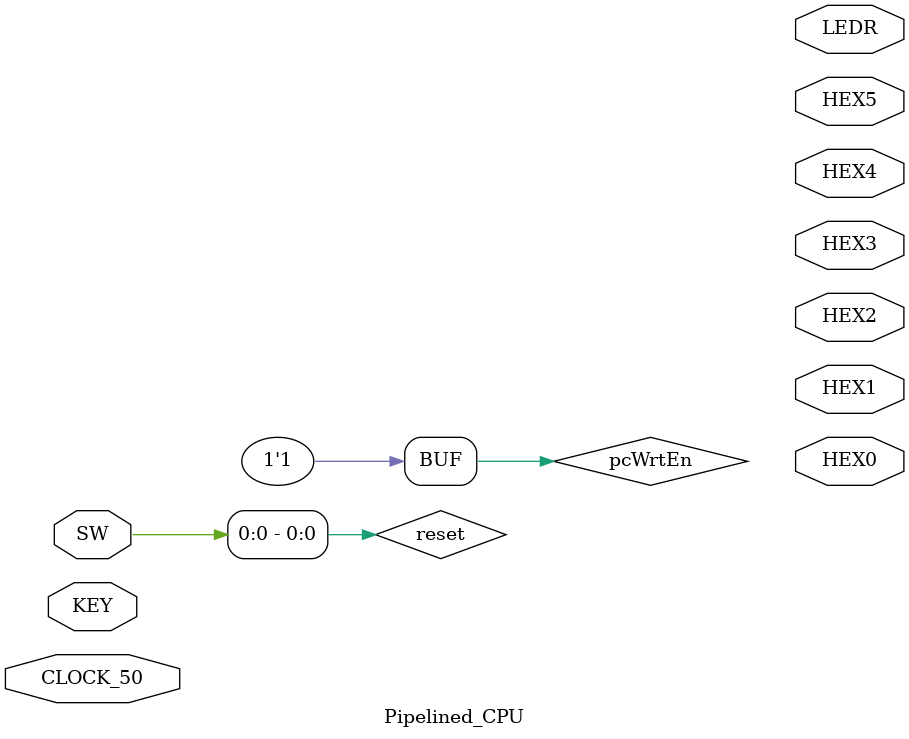
<source format=v>
module Pipelined_CPU(SW,KEY,LEDR,HEX0,HEX1,HEX2,HEX3,HEX4,HEX5,CLOCK_50); // todo remove hex4 hex5
  input  [9:0] SW;
  input  [3:0] KEY;
  input  CLOCK_50;
  output [9:0] LEDR;
  output [6:0] HEX0,HEX1,HEX2,HEX3;
  output [6:0] HEX4,HEX5;
 
  parameter DBITS                        = 32;
  parameter INST_SIZE                = 32'd4;
  parameter INST_BIT_WIDTH               = 32;
  parameter START_PC                 = 32'h40;
  parameter REG_INDEX_BIT_WIDTH          = 4;
  parameter ADDR_KEY                     = 32'hF0000010;
  parameter ADDR_SW                      = 32'hF0000014;
  parameter ADDR_HEX                     = 32'hF0000000;
  parameter ADDR_LEDR                    = 32'hF0000004;
  
  parameter IMEM_INIT_FILE                 = "Sorter2.mif";
  parameter IMEM_ADDR_BIT_WIDTH          = 11;
  parameter IMEM_DATA_BIT_WIDTH          = INST_BIT_WIDTH;
  parameter IMEM_PC_BITS_HI              = IMEM_ADDR_BIT_WIDTH + 2;
  parameter IMEM_PC_BITS_LO              = 2;
  
  parameter DMEMADDRBITS                 = 13;
  parameter DMEMWORDBITS         = 2;
  parameter DMEMTOTALBITS                = 32;
  parameter DMEMWORDS          = 2048;
  
  
  parameter OP1_ALUR                     = 4'b0000;
  parameter OP1_ALUI                     = 4'b1000;
  parameter OP1_CMPR                     = 4'b0010;
  parameter OP1_CMPI                     = 4'b1010;
  parameter OP1_BCOND                    = 4'b0110;
  parameter OP1_SW                       = 4'b0101;
  parameter OP1_LW                       = 4'b1001;
  parameter OP1_JAL                      = 4'b1011;
  
  wire reset = SW[0];
  wire clk;
  ClockDivider #(.BIT_WIDTH(DBITS)) clk_divider (.inclk0 (CLOCK_50),.c0 (clk));

  // Buffer enable signals
  wire ifDefEn, decExeEn, exeMemEn, memWbEn;  

  // PC calculations
  wire[DBITS - 1: 0] pcOutPlusOne;
  wire[DBITS - 1: 0] pcBranchIn;
  wire[DBITS - 1: 0] pcBufOut1, pcBufOut2;

  // PC output
  wire pcWrtEn = 1'b1;
  wire[DBITS - 1: 0] pcIn;
  wire[DBITS - 1: 0] pcOut;

  // IR output
  wire[IMEM_DATA_BIT_WIDTH - 1: 0] instOut;
  wire[IMEM_DATA_BIT_WIDTH - 1: 0] instBufOut;

  // RR input
  wire[REG_INDEX_BIT_WIDTH - 1: 0] src_index1, src_index2, dst_index;

  // RR output
  wire[15:0] imm;
  wire[DBITS-1: 0] imm_ext;
  wire[1:0] alu_mux, dstdata_mux, next_pc_mux;
  wire reg_wrt_en, mem_wrt_en;

  wire[DBITS - 1 : 0] dst_data;
  wire[DBITS - 1 : 0] src1_data, src2_data;
  wire[DBITS - 1 : 0] alu_b;
  wire[DBITS - 1 : 0] alu_out;
  wire[4 : 0] alu_op;
  wire cmd_flag;

  wire[DBITS - 1 : 0] mem_out;

  PCIncrementer #(.BIT_WIDTH(DBITS)) pcPlusOneAdder (pcOut, pcOutPlusOne);

  Register #(.BIT_WIDTH(DBITS), .RESET_VALUE(START_PC)) pc (clk, reset, pcWrtEn, pcIn, pcOut);

  InstMemory #(IMEM_INIT_FILE, IMEM_ADDR_BIT_WIDTH, IMEM_DATA_BIT_WIDTH) instMem (pcOut[IMEM_PC_BITS_HI - 1: IMEM_PC_BITS_LO], instOut);
  
  IF_DEC_Buffer if_dec_buf(clk, reset, ifDecEn, pcOut, pcBufOut1, instOut, instBufOut);

  Controller #(.INST_BIT_WIDTH(DBITS)) control(instBufOut, src_index1, src_index2, dst_index, imm,
    alu_op, alu_mux, dstdata_mux, reg_wrt_en, mem_wrt_en, next_pc_mux, cmd_flag);
  
  SignExtension #(16, DBITS) sign_ext(imm, imm_ext);

  DEC_EXE_Buffer dec_exe_buf(clk, reset, decExeEn, pcBufOut1, pcBufOut2, src_index1, src1_buf_out, src_index2, 
    src2_buf_out, imm_ext, imm_buf_out, alu_op, alu_op_buf_out, alu_mux, alu_mux_buf_out, 
    dst_index, dst_ind_out, mem_wrt_en, mem_wrt_en_out, reg_file_wrt_en, reg_file_wrt_en_out);

  /*Mux4 #(.BIT_WIDTH(DBITS)) registerDestMux (dstdata_mux, alu_out, mem_out, pcOutPlusOne, 32'b0, dst_data);
  RegFile #(.BIT_WIDTH(DBITS)) regfile(clk, reset, src_index1, src_index2, dst_index, dst_data, src1_data, src2_data, reg_wrt_en);
  
  EXE_MEM_Buffer(clk, reset, en, src1_in, src1_out, alu_res_in, alu_res_out, dst_ind_in,
  dst_ind_out, mem_wrt_en_in, mem_wrt_en_out, reg_file_wrt_en_in, reg_file_wrt_en_out);

  Mux4 #(.BIT_WIDTH(DBITS)) aluSrc2Mux (alu_mux, src2_data, imm_ext, (imm_ext << 2), 32'b0, alu_b);
  ALU #(.BIT_WIDTH(DBITS)) alu(alu_op, src1_data, alu_b, alu_out, cmd_flag);

  // Put the code for data memory and I/O here
  // KEYS, SWITCHES, HEXS, and LEDS are memeory mapped IO

  wire [15 : 0] hex;
  SevenSeg h0 (hex[3:0], HEX0);
  SevenSeg h1 (hex[7:4], HEX1);
  SevenSeg h2 (hex[11:8], HEX2);
  SevenSeg h3 (hex[15:12], HEX3);
  SevenSeg h4 (pcIn[3:0], HEX4);
  SevenSeg h5 (pcIn[7:4], HEX5);

  DataMemory dataMemory (clk, mem_wrt_en, alu_out, src2_data, SW, KEY, LEDR, hex, mem_out);*/
endmodule
</source>
